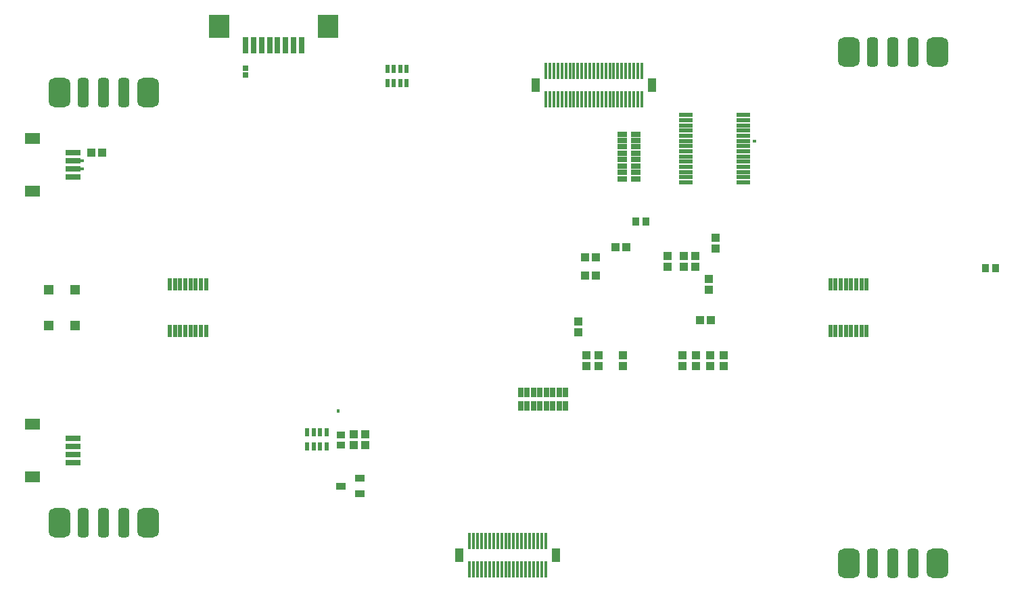
<source format=gbp>
G04 Layer_Color=128*
%FSLAX25Y25*%
%MOIN*%
G70*
G01*
G75*
%ADD94R,0.04143X0.03750*%
%ADD98R,0.03750X0.04143*%
%ADD99R,0.03947X0.04340*%
%ADD101R,0.04734X0.02765*%
%ADD102R,0.02765X0.04734*%
%ADD103R,0.04340X0.03947*%
%ADD107R,0.04734X0.04734*%
%ADD108R,0.02372X0.04143*%
G04:AMPARAMS|DCode=118|XSize=143.79mil|YSize=56mil|CornerRadius=15.5mil|HoleSize=0mil|Usage=FLASHONLY|Rotation=90.000|XOffset=0mil|YOffset=0mil|HoleType=Round|Shape=RoundedRectangle|*
%AMROUNDEDRECTD118*
21,1,0.14379,0.02500,0,0,90.0*
21,1,0.11280,0.05600,0,0,90.0*
1,1,0.03100,0.01250,0.05640*
1,1,0.03100,0.01250,-0.05640*
1,1,0.03100,-0.01250,-0.05640*
1,1,0.03100,-0.01250,0.05640*
%
%ADD118ROUNDEDRECTD118*%
G04:AMPARAMS|DCode=119|XSize=143.79mil|YSize=106mil|CornerRadius=28mil|HoleSize=0mil|Usage=FLASHONLY|Rotation=90.000|XOffset=0mil|YOffset=0mil|HoleType=Round|Shape=RoundedRectangle|*
%AMROUNDEDRECTD119*
21,1,0.14379,0.05000,0,0,90.0*
21,1,0.08780,0.10600,0,0,90.0*
1,1,0.05600,0.02500,0.04390*
1,1,0.05600,0.02500,-0.04390*
1,1,0.05600,-0.02500,-0.04390*
1,1,0.05600,-0.02500,0.04390*
%
%ADD119ROUNDEDRECTD119*%
G04:AMPARAMS|DCode=124|XSize=16mil|YSize=14mil|CornerRadius=3.2mil|HoleSize=0mil|Usage=FLASHONLY|Rotation=0.000|XOffset=0mil|YOffset=0mil|HoleType=Round|Shape=RoundedRectangle|*
%AMROUNDEDRECTD124*
21,1,0.01600,0.00760,0,0,0.0*
21,1,0.00960,0.01400,0,0,0.0*
1,1,0.00640,0.00480,-0.00380*
1,1,0.00640,-0.00480,-0.00380*
1,1,0.00640,-0.00480,0.00380*
1,1,0.00640,0.00480,0.00380*
%
%ADD124ROUNDEDRECTD124*%
G04:AMPARAMS|DCode=125|XSize=16mil|YSize=14mil|CornerRadius=3.2mil|HoleSize=0mil|Usage=FLASHONLY|Rotation=90.000|XOffset=0mil|YOffset=0mil|HoleType=Round|Shape=RoundedRectangle|*
%AMROUNDEDRECTD125*
21,1,0.01600,0.00760,0,0,90.0*
21,1,0.00960,0.01400,0,0,90.0*
1,1,0.00640,0.00380,0.00480*
1,1,0.00640,0.00380,-0.00480*
1,1,0.00640,-0.00380,-0.00480*
1,1,0.00640,-0.00380,0.00480*
%
%ADD125ROUNDEDRECTD125*%
%ADD180R,0.07687X0.05324*%
%ADD181R,0.07293X0.02962*%
%ADD182R,0.02372X0.06112*%
%ADD183R,0.04100X0.07100*%
%ADD184R,0.01781X0.08474*%
%ADD185R,0.04734X0.03553*%
%ADD186R,0.02962X0.02962*%
%ADD187R,0.07096X0.02175*%
%ADD188R,0.02962X0.08474*%
%ADD189R,0.10443X0.11624*%
D94*
X-56000Y-62638D02*
D03*
Y-67756D02*
D03*
D98*
X266559Y19500D02*
D03*
X261441D02*
D03*
X89079Y42450D02*
D03*
X94197D02*
D03*
D99*
X126237Y-6000D02*
D03*
X120922D02*
D03*
X-173968Y76393D02*
D03*
X-179283D02*
D03*
X64342Y16004D02*
D03*
X69657D02*
D03*
X64342Y25034D02*
D03*
X69657D02*
D03*
X79343Y30032D02*
D03*
X84658D02*
D03*
D101*
X89106Y85685D02*
D03*
Y82535D02*
D03*
Y79386D02*
D03*
Y76236D02*
D03*
Y73087D02*
D03*
Y69937D02*
D03*
Y66787D02*
D03*
Y63638D02*
D03*
X82413Y85685D02*
D03*
Y82535D02*
D03*
Y79386D02*
D03*
Y76236D02*
D03*
Y73087D02*
D03*
Y69937D02*
D03*
Y66787D02*
D03*
Y63638D02*
D03*
D102*
X54524Y-48346D02*
D03*
X51374D02*
D03*
X48224D02*
D03*
X45075D02*
D03*
X41925D02*
D03*
X38776D02*
D03*
X35626D02*
D03*
X32476D02*
D03*
X54524Y-41654D02*
D03*
X51374D02*
D03*
X48224D02*
D03*
X45075D02*
D03*
X41925D02*
D03*
X38776D02*
D03*
X35626D02*
D03*
X32476D02*
D03*
D103*
X125129Y14110D02*
D03*
Y8795D02*
D03*
X82855Y-28703D02*
D03*
Y-23388D02*
D03*
X112250Y-28703D02*
D03*
Y-23388D02*
D03*
X64842D02*
D03*
Y-28703D02*
D03*
X132500Y-28703D02*
D03*
Y-23388D02*
D03*
X71010Y-28703D02*
D03*
Y-23388D02*
D03*
X125750Y-28703D02*
D03*
Y-23388D02*
D03*
X119000Y-28703D02*
D03*
Y-23388D02*
D03*
X-49902Y-67658D02*
D03*
Y-62343D02*
D03*
X-44000D02*
D03*
Y-67658D02*
D03*
X61000Y-12157D02*
D03*
Y-6842D02*
D03*
X118606Y25657D02*
D03*
Y20343D02*
D03*
X112701Y25657D02*
D03*
Y20343D02*
D03*
X104827Y25657D02*
D03*
Y20343D02*
D03*
X128521Y29342D02*
D03*
Y34657D02*
D03*
D107*
X-187004Y-8858D02*
D03*
Y8858D02*
D03*
X-199996Y-8858D02*
D03*
Y8858D02*
D03*
D108*
X-63276Y-68543D02*
D03*
X-66425D02*
D03*
X-69575D02*
D03*
X-72724D02*
D03*
X-63276Y-61457D02*
D03*
X-66425D02*
D03*
X-69575D02*
D03*
X-72724D02*
D03*
X-33224Y117874D02*
D03*
X-30075D02*
D03*
X-26925D02*
D03*
X-23776D02*
D03*
X-33224Y110787D02*
D03*
X-30075D02*
D03*
X-26925D02*
D03*
X-23776D02*
D03*
D118*
X206000Y-126213D02*
D03*
X216000D02*
D03*
X226000D02*
D03*
X-183000Y-106213D02*
D03*
X-173000D02*
D03*
X-163000D02*
D03*
Y106213D02*
D03*
X-173000D02*
D03*
X-183000D02*
D03*
X226000Y126213D02*
D03*
X216000D02*
D03*
X206000D02*
D03*
D119*
X194032Y-126213D02*
D03*
X237968D02*
D03*
X-194968Y-106213D02*
D03*
X-151031D02*
D03*
Y106213D02*
D03*
X-194968D02*
D03*
X237968Y126213D02*
D03*
X194032D02*
D03*
D124*
X-183900Y72500D02*
D03*
X-183500D02*
D03*
X-183900Y68500D02*
D03*
X-183500D02*
D03*
X147912Y82339D02*
D03*
X147512D02*
D03*
D125*
X-57500Y-51275D02*
D03*
Y-50875D02*
D03*
D180*
X-208291Y83492D02*
D03*
Y57508D02*
D03*
Y-57508D02*
D03*
Y-83492D02*
D03*
D181*
X-188016Y72469D02*
D03*
Y76406D02*
D03*
Y64595D02*
D03*
Y68532D02*
D03*
Y-68532D02*
D03*
Y-64595D02*
D03*
Y-76406D02*
D03*
Y-72469D02*
D03*
D182*
X202957Y-11614D02*
D03*
X200398D02*
D03*
X197839D02*
D03*
X195280D02*
D03*
X192720D02*
D03*
X190161D02*
D03*
X187602D02*
D03*
X185043D02*
D03*
X202957Y11614D02*
D03*
X200398D02*
D03*
X197839D02*
D03*
X195280D02*
D03*
X192720D02*
D03*
X190161D02*
D03*
X187602D02*
D03*
X185043D02*
D03*
X-140457Y11614D02*
D03*
X-137898D02*
D03*
X-135339D02*
D03*
X-132780D02*
D03*
X-130220D02*
D03*
X-127661D02*
D03*
X-125102D02*
D03*
X-122543D02*
D03*
X-140457Y-11614D02*
D03*
X-137898D02*
D03*
X-135339D02*
D03*
X-132780D02*
D03*
X-130220D02*
D03*
X-127661D02*
D03*
X-125102D02*
D03*
X-122543D02*
D03*
D183*
X39760Y110000D02*
D03*
X97240D02*
D03*
X49819Y-122000D02*
D03*
X2181D02*
D03*
D184*
X92122Y103012D02*
D03*
X90153D02*
D03*
X88185D02*
D03*
X86216D02*
D03*
X84248D02*
D03*
X82279D02*
D03*
X80311D02*
D03*
X78342D02*
D03*
X76374D02*
D03*
X74405D02*
D03*
X72437D02*
D03*
X70468D02*
D03*
X68500D02*
D03*
X66531D02*
D03*
X64563D02*
D03*
X62594D02*
D03*
X60626D02*
D03*
X58657D02*
D03*
X56689D02*
D03*
X54720D02*
D03*
X52752D02*
D03*
X50783D02*
D03*
X48815D02*
D03*
X46847D02*
D03*
X44878D02*
D03*
X92122Y116988D02*
D03*
X90153D02*
D03*
X88185D02*
D03*
X86216D02*
D03*
X84248D02*
D03*
X82279D02*
D03*
X80311D02*
D03*
X78342D02*
D03*
X76374D02*
D03*
X74405D02*
D03*
X72437D02*
D03*
X70468D02*
D03*
X68500D02*
D03*
X66531D02*
D03*
X64563D02*
D03*
X62594D02*
D03*
X60626D02*
D03*
X58657D02*
D03*
X56689D02*
D03*
X54720D02*
D03*
X52752D02*
D03*
X50783D02*
D03*
X48815D02*
D03*
X46847D02*
D03*
X44878D02*
D03*
X15173Y-115012D02*
D03*
X13205D02*
D03*
X7299D02*
D03*
X9268D02*
D03*
X11236D02*
D03*
X17142D02*
D03*
X42732D02*
D03*
X44701D02*
D03*
X32890D02*
D03*
X40764D02*
D03*
X38795D02*
D03*
X30921D02*
D03*
X28953D02*
D03*
X36827D02*
D03*
X34858D02*
D03*
X21079D02*
D03*
X25016D02*
D03*
X23047D02*
D03*
X19110D02*
D03*
X26984D02*
D03*
X44701Y-128988D02*
D03*
X42732D02*
D03*
X36827D02*
D03*
X34858D02*
D03*
X40764D02*
D03*
X38795D02*
D03*
X32890D02*
D03*
X30921D02*
D03*
X28953D02*
D03*
X23047D02*
D03*
X21079D02*
D03*
X19110D02*
D03*
X17142D02*
D03*
X15173D02*
D03*
X26984D02*
D03*
X25016D02*
D03*
X9268D02*
D03*
X7299D02*
D03*
X13205D02*
D03*
X11236D02*
D03*
D185*
X-56224Y-88000D02*
D03*
X-46776Y-91740D02*
D03*
Y-84260D02*
D03*
D186*
X-103122Y118272D02*
D03*
Y114728D02*
D03*
D187*
X142272Y95134D02*
D03*
Y92575D02*
D03*
Y90016D02*
D03*
Y87457D02*
D03*
Y84898D02*
D03*
Y82339D02*
D03*
Y79779D02*
D03*
Y77220D02*
D03*
Y74661D02*
D03*
Y72102D02*
D03*
Y69543D02*
D03*
Y66984D02*
D03*
Y64425D02*
D03*
Y61866D02*
D03*
X113728Y95134D02*
D03*
Y92575D02*
D03*
Y90016D02*
D03*
Y87457D02*
D03*
Y84898D02*
D03*
Y82339D02*
D03*
Y79779D02*
D03*
Y77220D02*
D03*
Y74661D02*
D03*
Y72102D02*
D03*
Y69543D02*
D03*
Y66984D02*
D03*
Y64425D02*
D03*
Y61866D02*
D03*
D188*
X-75563Y129551D02*
D03*
X-103122D02*
D03*
X-99186D02*
D03*
X-95249D02*
D03*
X-91311D02*
D03*
X-87374Y129551D02*
D03*
X-83437Y129551D02*
D03*
X-79500D02*
D03*
D189*
X-62375Y139000D02*
D03*
X-116311D02*
D03*
M02*

</source>
